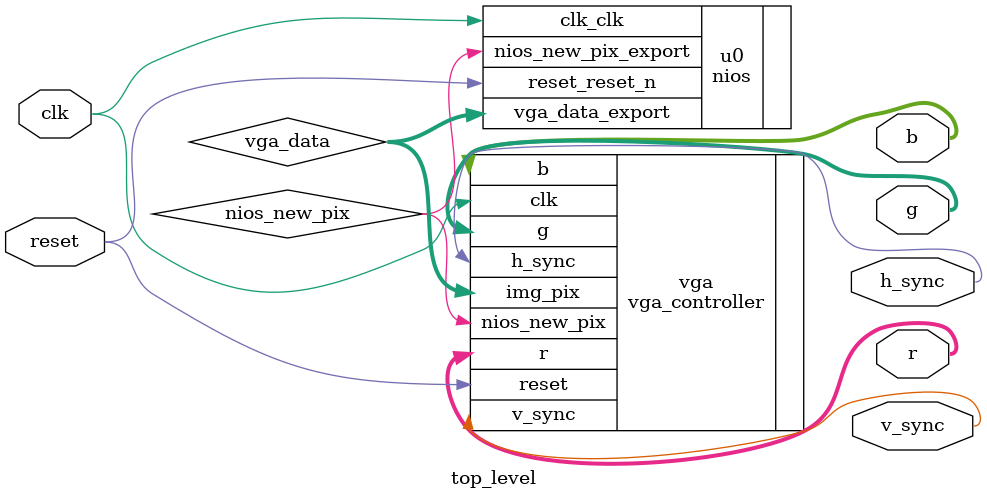
<source format=v>
module top_level(

	input clk, 
	input reset, 

	output [3:0] r,
	output [3:0] g, 
	output [3:0] b, 
	output v_sync, 
	output h_sync

);
	
	
wire [31:0] vga_data;
wire nios_new_pix;


	nios u0 (
		.clk_clk             (clk),             //          clk.clk
		.reset_reset_n       (reset),       //        reset.reset_n
		.vga_data_export     (vga_data),     //     vga_data.export
		.nios_new_pix_export (nios_new_pix)  // nios_new_pix.export
	);

vga_controller vga (
	
	.clk(clk),
	.reset(reset),
	.img_pix(vga_data),
	.nios_new_pix(nios_new_pix),
	
	.r(r),
	.g(g),
	.b(b),
	.h_sync(h_sync),
	.v_sync(v_sync)

);



endmodule
</source>
